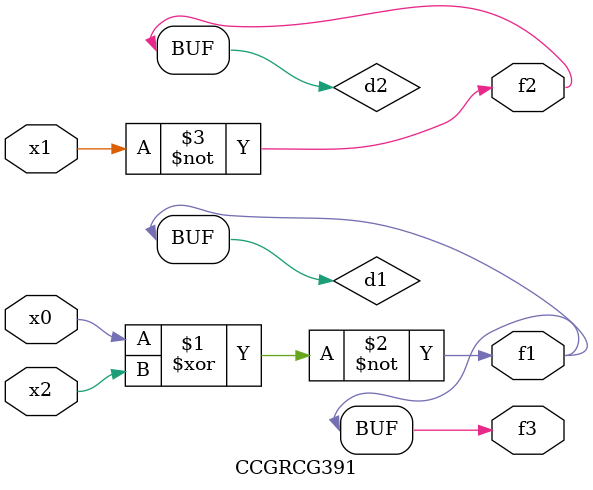
<source format=v>
module CCGRCG391(
	input x0, x1, x2,
	output f1, f2, f3
);

	wire d1, d2, d3;

	xnor (d1, x0, x2);
	nand (d2, x1);
	nor (d3, x1, x2);
	assign f1 = d1;
	assign f2 = d2;
	assign f3 = d1;
endmodule

</source>
